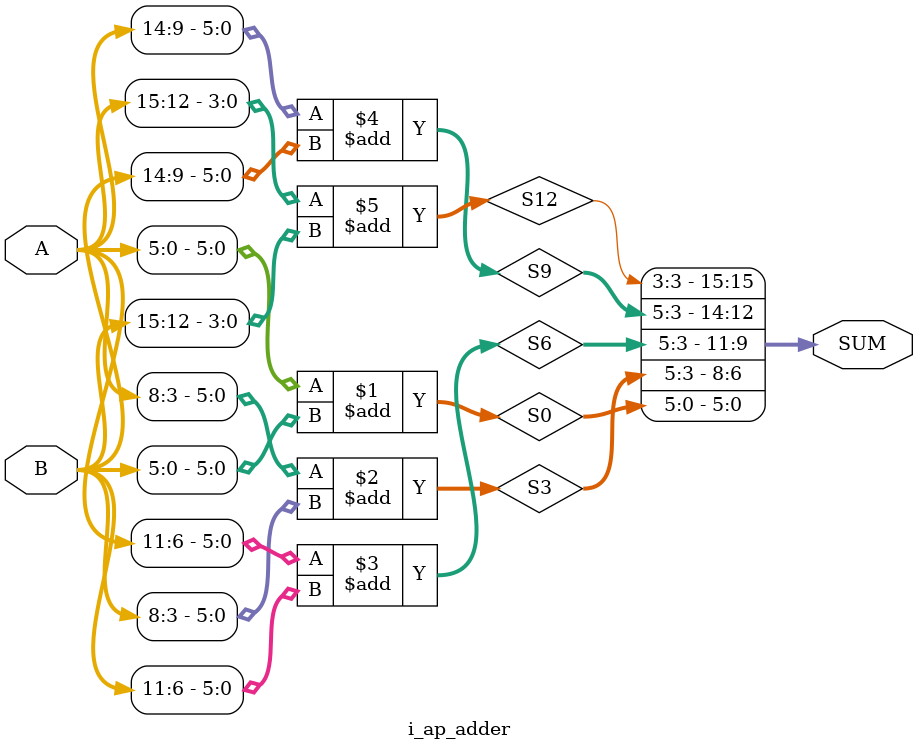
<source format=v>
/**************************************************************************
 *  16bit adder                                                            *
 *  Written by: S. H. Kang                                                *
 *  Last modified: Dec 16, 2010                                           *
 **************************************************************************/
`ifndef i_ap_adder
`define i_ap_adder
module i_ap_adder ( A, B, SUM);

input   [15:0]  A, B;
output  [15:0]  SUM;


// wire [6:0] S0 = A[5:0] + B[5:0];
// wire [6:0] S3 = A[8:3] + B[8:3] + A[0];
// wire [6:0] S6 = A[11:6] + B[11:6] + A[3];
// wire [6:0] S9 = A[14:9] + B[14:9] + A[6];
// wire [4:0] S12 = A[15:12] + B[15:12] + A[9];
wire [6:0] S0 = A[5:0] + B[5:0];
wire [6:0] S3 = A[8:3] + B[8:3];
wire [6:0] S6 = A[11:6] + B[11:6];
wire [6:0] S9 = A[14:9] + B[14:9];
wire [4:0] S12 = A[15:12] + B[15:12];


assign  SUM = {S12[3],S9[5:3],S6[5:3],S3[5:3],S0[5:0]}; //   3,3,3,6

endmodule

`endif

</source>
